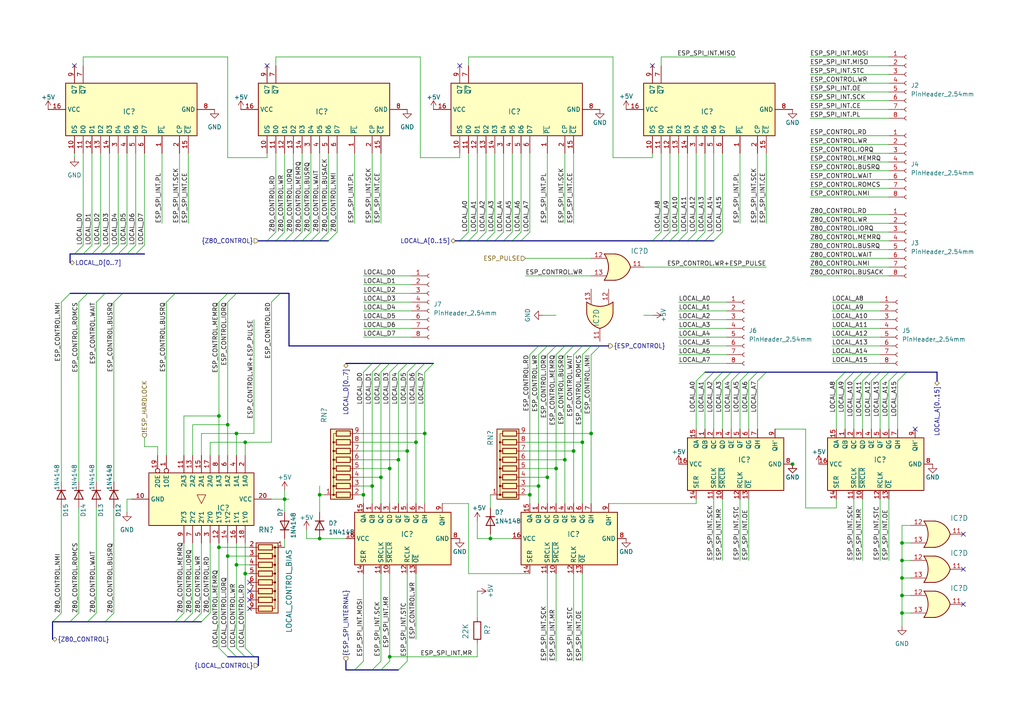
<source format=kicad_sch>
(kicad_sch (version 20230121) (generator eeschema)
  (paper "A4")
  (title_block (title "FujiNet Z80Bus reference design") (date "2023-05-13") (rev "0.1") (company "FujiNet") (comment 1 "Refactor this into sub schems to manage the mess") (comment 2 "SPI Bus to couple the ESP32 to the Local Bus and Z80 Bus"))
  (bus_alias "ESP_CONTROL" (members "ESP_CONTROL.RD" "ESP_CONTROL.WR" "ESP_CONTROL.IORQ" "ESP_CONTROL.MEMRQ" "ESP_CONTROL.BUSRQ" "ESP_CONTROL.WAIT" "ESP_CONTROL.ROMCS" "ESP_CONTROL.NMI"))
  (bus_alias "ESP_SPI_INTERNAL" (members "ESP_SPI_INT.MOSI" "ESP_SPI_INT.SCK" "ESP_SPI_INT.MR" "ESP_SPI_INT.STC" "ESP_SPI_INT.CE" "ESP_SPI_INT.PL" "ESP_SPI_INT.MISO" "ESP_SPI_INT.OE" ""))
  (junction (at 168.91 128.27))
  (junction (at 153.67 143.51))
  (junction (at 261.62 177.8))
  (junction (at 92.71 156.21))
  (junction (at 120.65 128.27))
  (junction (at 63.5 120.65))
  (junction (at 71.12 128.27))
  (junction (at 113.03 135.89))
  (junction (at 105.41 143.51))
  (junction (at 261.62 167.64))
  (junction (at 261.62 162.56))
  (junction (at 142.24 156.21))
  (junction (at 66.04 161.29))
  (junction (at 156.21 140.97))
  (junction (at 110.49 138.43))
  (junction (at 66.04 123.19))
  (junction (at 68.58 125.73))
  (junction (at 261.62 172.72))
  (junction (at 82.55 144.78))
  (junction (at 166.37 130.81))
  (junction (at 163.83 133.35))
  (junction (at 118.11 130.81))
  (junction (at 229.87 134.62))
  (junction (at 71.12 166.37))
  (junction (at 171.45 125.73))
  (junction (at 63.5 158.75))
  (junction (at 107.95 140.97))
  (junction (at 261.62 157.48))
  (junction (at 158.75 138.43))
  (junction (at 68.58 163.83))
  (junction (at 123.19 125.73))
  (junction (at 113.03 190.5))
  (junction (at 115.57 133.35))
  (junction (at 92.71 143.51))
  (junction (at 161.29 135.89))
  (no_connect (at 265.43 124.46))
  (no_connect (at 21.59 19.05))
  (no_connect (at 72.39 176.53))
  (no_connect (at 189.23 19.05))
  (no_connect (at 279.4 175.26))
  (no_connect (at 77.47 19.05))
  (no_connect (at 72.39 171.45))
  (no_connect (at 72.39 173.99))
  (no_connect (at 279.4 154.94))
  (no_connect (at 72.39 168.91))
  (no_connect (at 133.35 19.05))
  (no_connect (at 279.4 165.1))
  (bus_entry (at 107.95 194.31) (size 2.54 -2.54))
  (bus_entry (at 135.89 69.85) (size 2.54 -2.54))
  (bus_entry (at 138.43 69.85) (size 2.54 -2.54))
  (bus_entry (at 153.67 102.87) (size 2.54 -2.54))
  (bus_entry (at 207.01 69.85) (size 2.54 -2.54))
  (bus_entry (at 151.13 69.85) (size 2.54 -2.54))
  (bus_entry (at 55.88 177.8) (size -2.54 2.54))
  (bus_entry (at 257.81 110.49) (size 2.54 -2.54))
  (bus_entry (at 245.11 110.49) (size 2.54 -2.54))
  (bus_entry (at 34.29 73.66) (size 2.54 -2.54))
  (bus_entry (at 204.47 110.49) (size 2.54 -2.54))
  (bus_entry (at 250.19 110.49) (size 2.54 -2.54))
  (bus_entry (at 209.55 110.49) (size 2.54 -2.54))
  (bus_entry (at 30.48 85.09) (size -2.54 2.54))
  (bus_entry (at 33.02 177.8) (size -2.54 2.54))
  (bus_entry (at 115.57 107.95) (size 2.54 -2.54))
  (bus_entry (at 50.8 85.09) (size -2.54 2.54))
  (bus_entry (at 212.09 110.49) (size 2.54 -2.54))
  (bus_entry (at 90.17 69.85) (size 2.54 -2.54))
  (bus_entry (at 118.11 107.95) (size 2.54 -2.54))
  (bus_entry (at 71.12 187.96) (size 2.54 2.54))
  (bus_entry (at 120.65 107.95) (size 2.54 -2.54))
  (bus_entry (at 66.04 187.96) (size 2.54 2.54))
  (bus_entry (at 140.97 69.85) (size 2.54 -2.54))
  (bus_entry (at 156.21 102.87) (size 2.54 -2.54))
  (bus_entry (at 81.28 85.09) (size -2.54 2.54))
  (bus_entry (at 115.57 194.31) (size 2.54 -2.54))
  (bus_entry (at 113.03 107.95) (size 2.54 -2.54))
  (bus_entry (at 217.17 110.49) (size 2.54 -2.54))
  (bus_entry (at 204.47 69.85) (size 2.54 -2.54))
  (bus_entry (at 252.73 110.49) (size 2.54 -2.54))
  (bus_entry (at 68.58 187.96) (size 2.54 2.54))
  (bus_entry (at 199.39 69.85) (size 2.54 -2.54))
  (bus_entry (at 60.96 177.8) (size -2.54 2.54))
  (bus_entry (at 39.37 73.66) (size 2.54 -2.54))
  (bus_entry (at 77.47 69.85) (size 2.54 -2.54))
  (bus_entry (at 68.58 85.09) (size -2.54 2.54))
  (bus_entry (at 168.91 102.87) (size 2.54 -2.54))
  (bus_entry (at 107.95 107.95) (size 2.54 -2.54))
  (bus_entry (at 29.21 73.66) (size 2.54 -2.54))
  (bus_entry (at 20.32 85.09) (size -2.54 2.54))
  (bus_entry (at 171.45 102.87) (size 2.54 -2.54))
  (bus_entry (at 201.93 69.85) (size 2.54 -2.54))
  (bus_entry (at 24.13 73.66) (size 2.54 -2.54))
  (bus_entry (at 58.42 177.8) (size -2.54 2.54))
  (bus_entry (at 255.27 110.49) (size 2.54 -2.54))
  (bus_entry (at 189.23 69.85) (size 2.54 -2.54))
  (bus_entry (at 22.86 177.8) (size -2.54 2.54))
  (bus_entry (at 260.35 110.49) (size 2.54 -2.54))
  (bus_entry (at 158.75 102.87) (size 2.54 -2.54))
  (bus_entry (at 63.5 187.96) (size 2.54 2.54))
  (bus_entry (at 66.04 85.09) (size -2.54 2.54))
  (bus_entry (at 21.59 73.66) (size 2.54 -2.54))
  (bus_entry (at 105.41 107.95) (size 2.54 -2.54))
  (bus_entry (at 95.25 69.85) (size 2.54 -2.54))
  (bus_entry (at 207.01 110.49) (size 2.54 -2.54))
  (bus_entry (at 201.93 110.49) (size 2.54 -2.54))
  (bus_entry (at 85.09 69.85) (size 2.54 -2.54))
  (bus_entry (at 146.05 69.85) (size 2.54 -2.54))
  (bus_entry (at 191.77 69.85) (size 2.54 -2.54))
  (bus_entry (at 35.56 85.09) (size -2.54 2.54))
  (bus_entry (at 163.83 102.87) (size 2.54 -2.54))
  (bus_entry (at 26.67 73.66) (size 2.54 -2.54))
  (bus_entry (at 80.01 69.85) (size 2.54 -2.54))
  (bus_entry (at 196.85 69.85) (size 2.54 -2.54))
  (bus_entry (at 87.63 69.85) (size 2.54 -2.54))
  (bus_entry (at 110.49 194.31) (size 2.54 -2.54))
  (bus_entry (at 123.19 107.95) (size 2.54 -2.54))
  (bus_entry (at 53.34 177.8) (size -2.54 2.54))
  (bus_entry (at 194.31 69.85) (size 2.54 -2.54))
  (bus_entry (at 25.4 85.09) (size -2.54 2.54))
  (bus_entry (at 36.83 73.66) (size 2.54 -2.54))
  (bus_entry (at 161.29 102.87) (size 2.54 -2.54))
  (bus_entry (at 133.35 69.85) (size 2.54 -2.54))
  (bus_entry (at 27.94 177.8) (size -2.54 2.54))
  (bus_entry (at 214.63 110.49) (size 2.54 -2.54))
  (bus_entry (at 82.55 69.85) (size 2.54 -2.54))
  (bus_entry (at 247.65 110.49) (size 2.54 -2.54))
  (bus_entry (at 110.49 107.95) (size 2.54 -2.54))
  (bus_entry (at 219.71 110.49) (size 2.54 -2.54))
  (bus_entry (at 166.37 102.87) (size 2.54 -2.54))
  (bus_entry (at 31.75 73.66) (size 2.54 -2.54))
  (bus_entry (at 17.78 177.8) (size -2.54 2.54))
  (bus_entry (at 92.71 69.85) (size 2.54 -2.54))
  (bus_entry (at 143.51 69.85) (size 2.54 -2.54))
  (bus_entry (at 102.87 194.31) (size 2.54 -2.54))
  (bus_entry (at 148.59 69.85) (size 2.54 -2.54))
  (bus_entry (at 242.57 110.49) (size 2.54 -2.54))
  (bus (pts (xy 115.57 105.41) (xy 118.11 105.41)))
  (wire (pts (xy 163.83 102.87) (xy 163.83 133.35)))
  (wire (pts (xy 257.81 26.67) (xy 234.95 26.67)))
  (wire (pts (xy 123.19 125.73) (xy 123.19 146.05)))
  (wire (pts (xy 261.62 167.64) (xy 261.62 162.56)))
  (wire (pts (xy 36.83 148.59) (xy 36.83 144.78)))
  (wire (pts (xy 264.16 172.72) (xy 261.62 172.72)))
  (bus (pts (xy 15.24 180.34) (xy 20.32 180.34)))
  (bus (pts (xy 191.77 69.85) (xy 194.31 69.85)))
  (wire (pts (xy 92.71 143.51) (xy 92.71 148.59)))
  (wire (pts (xy 255.27 90.17) (xy 241.3 90.17)))
  (wire (pts (xy 255.27 162.56) (xy 255.27 144.78)))
  (wire (pts (xy 138.43 67.31) (xy 138.43 44.45)))
  (wire (pts (xy 257.81 74.93) (xy 234.95 74.93)))
  (bus (pts (xy 250.19 107.95) (xy 252.73 107.95)))
  (wire (pts (xy 201.93 124.46) (xy 201.93 110.49)))
  (wire (pts (xy 158.75 64.77) (xy 158.75 44.45)))
  (bus (pts (xy 29.21 73.66) (xy 31.75 73.66)))
  (wire (pts (xy 152.4 143.51) (xy 153.67 143.51)))
  (wire (pts (xy 138.43 151.13) (xy 138.43 156.21)))
  (wire (pts (xy 161.29 135.89) (xy 161.29 146.05)))
  (wire (pts (xy 68.58 125.73) (xy 68.58 132.08)))
  (bus (pts (xy 100.33 194.31) (xy 100.33 191.77)))
  (wire (pts (xy 153.67 67.31) (xy 153.67 44.45)))
  (bus (pts (xy 80.01 69.85) (xy 82.55 69.85)))
  (wire (pts (xy 135.89 146.05) (xy 135.89 166.37)))
  (wire (pts (xy 24.13 16.51) (xy 66.04 16.51)))
  (wire (pts (xy 264.16 157.48) (xy 261.62 157.48)))
  (wire (pts (xy 115.57 133.35) (xy 104.14 133.35)))
  (bus (pts (xy 247.65 107.95) (xy 250.19 107.95)))
  (wire (pts (xy 207.01 67.31) (xy 207.01 44.45)))
  (bus (pts (xy 20.32 73.66) (xy 20.32 76.2)))
  (wire (pts (xy 171.45 102.87) (xy 171.45 125.73)))
  (bus (pts (xy 217.17 107.95) (xy 219.71 107.95)))
  (bus (pts (xy 110.49 105.41) (xy 113.03 105.41)))
  (bus (pts (xy 82.55 69.85) (xy 85.09 69.85)))
  (wire (pts (xy 88.9 156.21) (xy 92.71 156.21)))
  (wire (pts (xy 217.17 162.56) (xy 217.17 144.78)))
  (wire (pts (xy 82.55 44.45) (xy 82.55 67.31)))
  (wire (pts (xy 142.24 143.51) (xy 142.24 147.32)))
  (bus (pts (xy 39.37 73.66) (xy 41.91 73.66)))
  (wire (pts (xy 135.89 16.51) (xy 135.89 19.05)))
  (wire (pts (xy 242.57 144.78) (xy 242.57 147.32)))
  (wire (pts (xy 110.49 138.43) (xy 110.49 146.05)))
  (wire (pts (xy 53.34 120.65) (xy 63.5 120.65)))
  (wire (pts (xy 60.96 157.48) (xy 60.96 177.8)))
  (wire (pts (xy 196.85 67.31) (xy 196.85 44.45)))
  (bus (pts (xy 24.13 73.66) (xy 26.67 73.66)))
  (wire (pts (xy 55.88 123.19) (xy 55.88 132.08)))
  (wire (pts (xy 113.03 190.5) (xy 138.43 190.5)))
  (bus (pts (xy 148.59 69.85) (xy 151.13 69.85)))
  (wire (pts (xy 113.03 190.5) (xy 113.03 166.37)))
  (wire (pts (xy 166.37 102.87) (xy 166.37 130.81)))
  (wire (pts (xy 33.02 87.63) (xy 33.02 139.7)))
  (wire (pts (xy 119.38 97.79) (xy 105.41 97.79)))
  (wire (pts (xy 210.82 105.41) (xy 196.85 105.41)))
  (wire (pts (xy 255.27 95.25) (xy 241.3 95.25)))
  (wire (pts (xy 105.41 166.37) (xy 105.41 191.77)))
  (wire (pts (xy 166.37 191.77) (xy 166.37 166.37)))
  (wire (pts (xy 233.68 124.46) (xy 224.79 124.46)))
  (wire (pts (xy 209.55 124.46) (xy 209.55 110.49)))
  (wire (pts (xy 257.81 67.31) (xy 234.95 67.31)))
  (bus (pts (xy 209.55 107.95) (xy 212.09 107.95)))
  (bus (pts (xy 140.97 69.85) (xy 143.51 69.85)))
  (wire (pts (xy 135.89 67.31) (xy 135.89 44.45)))
  (wire (pts (xy 110.49 64.77) (xy 110.49 44.45)))
  (wire (pts (xy 138.43 190.5) (xy 138.43 186.69)))
  (bus (pts (xy 166.37 100.33) (xy 168.91 100.33)))
  (wire (pts (xy 222.25 64.77) (xy 222.25 44.45)))
  (wire (pts (xy 156.21 140.97) (xy 152.4 140.97)))
  (wire (pts (xy 46.99 64.77) (xy 46.99 44.45)))
  (bus (pts (xy 118.11 105.41) (xy 120.65 105.41)))
  (wire (pts (xy 214.63 162.56) (xy 214.63 144.78)))
  (wire (pts (xy 257.81 57.15) (xy 234.95 57.15)))
  (wire (pts (xy 152.4 138.43) (xy 158.75 138.43)))
  (wire (pts (xy 214.63 64.77) (xy 214.63 44.45)))
  (wire (pts (xy 161.29 102.87) (xy 161.29 135.89)))
  (wire (pts (xy 142.24 156.21) (xy 148.59 156.21)))
  (wire (pts (xy 143.51 67.31) (xy 143.51 44.45)))
  (wire (pts (xy 104.14 143.51) (xy 105.41 143.51)))
  (wire (pts (xy 66.04 123.19) (xy 66.04 132.08)))
  (wire (pts (xy 88.9 153.67) (xy 88.9 156.21)))
  (wire (pts (xy 210.82 90.17) (xy 196.85 90.17)))
  (wire (pts (xy 158.75 191.77) (xy 158.75 166.37)))
  (wire (pts (xy 77.47 45.72) (xy 77.47 44.45)))
  (wire (pts (xy 168.91 191.77) (xy 168.91 166.37)))
  (wire (pts (xy 152.4 135.89) (xy 161.29 135.89)))
  (wire (pts (xy 66.04 161.29) (xy 72.39 161.29)))
  (bus (pts (xy 168.91 100.33) (xy 171.45 100.33)))
  (wire (pts (xy 255.27 87.63) (xy 241.3 87.63)))
  (wire (pts (xy 73.66 125.73) (xy 68.58 125.73)))
  (wire (pts (xy 107.95 140.97) (xy 104.14 140.97)))
  (wire (pts (xy 247.65 162.56) (xy 247.65 144.78)))
  (wire (pts (xy 53.34 120.65) (xy 53.34 132.08)))
  (bus (pts (xy 100.33 105.41) (xy 107.95 105.41)))
  (bus (pts (xy 90.17 69.85) (xy 92.71 69.85)))
  (wire (pts (xy 261.62 162.56) (xy 264.16 162.56)))
  (wire (pts (xy 71.12 157.48) (xy 71.12 166.37)))
  (wire (pts (xy 158.75 138.43) (xy 158.75 146.05)))
  (wire (pts (xy 55.88 123.19) (xy 66.04 123.19)))
  (wire (pts (xy 210.82 97.79) (xy 196.85 97.79)))
  (wire (pts (xy 71.12 166.37) (xy 71.12 187.96)))
  (wire (pts (xy 107.95 107.95) (xy 107.95 140.97)))
  (bus (pts (xy 123.19 105.41) (xy 125.73 105.41)))
  (wire (pts (xy 27.94 87.63) (xy 27.94 139.7)))
  (wire (pts (xy 92.71 143.51) (xy 93.98 143.51)))
  (wire (pts (xy 48.26 87.63) (xy 48.26 132.08)))
  (wire (pts (xy 58.42 125.73) (xy 68.58 125.73)))
  (wire (pts (xy 133.35 45.72) (xy 133.35 44.45)))
  (wire (pts (xy 257.81 54.61) (xy 234.95 54.61)))
  (wire (pts (xy 157.48 91.44) (xy 161.29 91.44)))
  (wire (pts (xy 146.05 67.31) (xy 146.05 44.45)))
  (wire (pts (xy 233.68 147.32) (xy 242.57 147.32)))
  (wire (pts (xy 257.81 52.07) (xy 234.95 52.07)))
  (wire (pts (xy 153.67 143.51) (xy 153.67 146.05)))
  (wire (pts (xy 194.31 67.31) (xy 194.31 44.45)))
  (wire (pts (xy 151.13 67.31) (xy 151.13 44.45)))
  (bus (pts (xy 107.95 105.41) (xy 110.49 105.41)))
  (wire (pts (xy 120.65 185.42) (xy 120.65 166.37)))
  (bus (pts (xy 260.35 107.95) (xy 262.89 107.95)))
  (bus (pts (xy 133.35 69.85) (xy 135.89 69.85)))
  (wire (pts (xy 257.81 72.39) (xy 234.95 72.39)))
  (wire (pts (xy 234.95 34.29) (xy 257.81 34.29)))
  (wire (pts (xy 110.49 138.43) (xy 104.14 138.43)))
  (wire (pts (xy 82.55 144.78) (xy 83.82 144.78)))
  (wire (pts (xy 209.55 162.56) (xy 209.55 144.78)))
  (wire (pts (xy 119.38 80.01) (xy 105.41 80.01)))
  (bus (pts (xy 138.43 69.85) (xy 140.97 69.85)))
  (wire (pts (xy 68.58 163.83) (xy 72.39 163.83)))
  (bus (pts (xy 146.05 69.85) (xy 148.59 69.85)))
  (wire (pts (xy 66.04 16.51) (xy 66.04 45.72)))
  (wire (pts (xy 63.5 158.75) (xy 63.5 187.96)))
  (wire (pts (xy 34.29 71.12) (xy 34.29 44.45)))
  (bus (pts (xy 204.47 69.85) (xy 207.01 69.85)))
  (wire (pts (xy 261.62 181.61) (xy 261.62 177.8)))
  (wire (pts (xy 207.01 124.46) (xy 207.01 110.49)))
  (wire (pts (xy 234.95 49.53) (xy 257.81 49.53)))
  (wire (pts (xy 102.87 64.77) (xy 102.87 44.45)))
  (wire (pts (xy 71.12 166.37) (xy 72.39 166.37)))
  (bus (pts (xy 68.58 85.09) (xy 66.04 85.09)))
  (wire (pts (xy 250.19 162.56) (xy 250.19 144.78)))
  (wire (pts (xy 212.09 124.46) (xy 212.09 110.49)))
  (wire (pts (xy 27.94 147.32) (xy 27.94 177.8)))
  (bus (pts (xy 201.93 69.85) (xy 204.47 69.85)))
  (wire (pts (xy 152.4 133.35) (xy 163.83 133.35)))
  (wire (pts (xy 161.29 166.37) (xy 161.29 191.77)))
  (wire (pts (xy 255.27 102.87) (xy 241.3 102.87)))
  (wire (pts (xy 177.8 45.72) (xy 189.23 45.72)))
  (wire (pts (xy 92.71 140.97) (xy 92.71 143.51)))
  (bus (pts (xy 173.99 100.33) (xy 176.53 100.33)))
  (wire (pts (xy 22.86 87.63) (xy 22.86 139.7)))
  (wire (pts (xy 210.82 87.63) (xy 196.85 87.63)))
  (wire (pts (xy 121.92 45.72) (xy 121.92 16.51)))
  (wire (pts (xy 261.62 157.48) (xy 261.62 162.56)))
  (wire (pts (xy 80.01 44.45) (xy 80.01 67.31)))
  (wire (pts (xy 213.36 16.51) (xy 191.77 16.51)))
  (bus (pts (xy 25.4 85.09) (xy 20.32 85.09)))
  (bus (pts (xy 151.13 69.85) (xy 189.23 69.85)))
  (wire (pts (xy 156.21 140.97) (xy 156.21 146.05)))
  (bus (pts (xy 219.71 107.95) (xy 222.25 107.95)))
  (wire (pts (xy 92.71 44.45) (xy 92.71 67.31)))
  (wire (pts (xy 257.81 80.01) (xy 234.95 80.01)))
  (wire (pts (xy 119.38 87.63) (xy 105.41 87.63)))
  (wire (pts (xy 85.09 44.45) (xy 85.09 67.31)))
  (wire (pts (xy 39.37 71.12) (xy 39.37 44.45)))
  (wire (pts (xy 78.74 144.78) (xy 82.55 144.78)))
  (bus (pts (xy 257.81 107.95) (xy 260.35 107.95)))
  (wire (pts (xy 119.38 85.09) (xy 105.41 85.09)))
  (bus (pts (xy 21.59 73.66) (xy 24.13 73.66)))
  (wire (pts (xy 82.55 156.21) (xy 82.55 158.75)))
  (wire (pts (xy 90.17 44.45) (xy 90.17 67.31)))
  (wire (pts (xy 260.35 124.46) (xy 260.35 110.49)))
  (wire (pts (xy 22.86 147.32) (xy 22.86 177.8)))
  (wire (pts (xy 52.07 64.77) (xy 52.07 44.45)))
  (wire (pts (xy 171.45 80.01) (xy 152.4 80.01)))
  (bus (pts (xy 161.29 100.33) (xy 163.83 100.33)))
  (wire (pts (xy 168.91 102.87) (xy 168.91 128.27)))
  (wire (pts (xy 234.95 31.75) (xy 257.81 31.75)))
  (bus (pts (xy 50.8 180.34) (xy 30.48 180.34)))
  (bus (pts (xy 31.75 73.66) (xy 34.29 73.66)))
  (bus (pts (xy 120.65 105.41) (xy 123.19 105.41)))
  (wire (pts (xy 252.73 124.46) (xy 252.73 110.49)))
  (bus (pts (xy 34.29 73.66) (xy 36.83 73.66)))
  (wire (pts (xy 123.19 125.73) (xy 104.14 125.73)))
  (wire (pts (xy 168.91 128.27) (xy 168.91 146.05)))
  (bus (pts (xy 81.28 85.09) (xy 68.58 85.09)))
  (wire (pts (xy 105.41 143.51) (xy 105.41 146.05)))
  (wire (pts (xy 176.53 146.05) (xy 201.93 146.05)))
  (bus (pts (xy 30.48 85.09) (xy 25.4 85.09)))
  (wire (pts (xy 58.42 125.73) (xy 58.42 132.08)))
  (wire (pts (xy 119.38 90.17) (xy 105.41 90.17)))
  (wire (pts (xy 142.24 154.94) (xy 142.24 156.21)))
  (wire (pts (xy 105.41 107.95) (xy 105.41 143.51)))
  (wire (pts (xy 257.81 162.56) (xy 257.81 144.78)))
  (wire (pts (xy 41.91 127) (xy 41.91 129.54)))
  (bus (pts (xy 194.31 69.85) (xy 196.85 69.85)))
  (wire (pts (xy 135.89 146.05) (xy 128.27 146.05)))
  (wire (pts (xy 257.81 124.46) (xy 257.81 110.49)))
  (wire (pts (xy 71.12 128.27) (xy 71.12 132.08)))
  (wire (pts (xy 119.38 95.25) (xy 105.41 95.25)))
  (wire (pts (xy 120.65 107.95) (xy 120.65 128.27)))
  (bus (pts (xy 132.08 69.85) (xy 133.35 69.85)))
  (wire (pts (xy 148.59 67.31) (xy 148.59 44.45)))
  (wire (pts (xy 17.78 147.32) (xy 17.78 177.8)))
  (wire (pts (xy 152.4 128.27) (xy 168.91 128.27)))
  (wire (pts (xy 210.82 92.71) (xy 196.85 92.71)))
  (wire (pts (xy 166.37 64.77) (xy 166.37 44.45)))
  (wire (pts (xy 234.95 24.13) (xy 257.81 24.13)))
  (wire (pts (xy 186.69 77.47) (xy 222.25 77.47)))
  (bus (pts (xy 143.51 69.85) (xy 146.05 69.85)))
  (bus (pts (xy 20.32 73.66) (xy 21.59 73.66)))
  (wire (pts (xy 110.49 191.77) (xy 110.49 166.37)))
  (wire (pts (xy 191.77 67.31) (xy 191.77 44.45)))
  (wire (pts (xy 24.13 19.05) (xy 24.13 16.51)))
  (wire (pts (xy 234.95 41.91) (xy 257.81 41.91)))
  (wire (pts (xy 255.27 92.71) (xy 241.3 92.71)))
  (wire (pts (xy 219.71 64.77) (xy 219.71 44.45)))
  (wire (pts (xy 207.01 162.56) (xy 207.01 144.78)))
  (bus (pts (xy 83.82 85.09) (xy 81.28 85.09)))
  (bus (pts (xy 92.71 69.85) (xy 95.25 69.85)))
  (bus (pts (xy 222.25 107.95) (xy 245.11 107.95)))
  (wire (pts (xy 78.74 128.27) (xy 71.12 128.27)))
  (wire (pts (xy 138.43 156.21) (xy 142.24 156.21)))
  (bus (pts (xy 26.67 73.66) (xy 29.21 73.66)))
  (wire (pts (xy 234.95 69.85) (xy 257.81 69.85)))
  (wire (pts (xy 120.65 128.27) (xy 120.65 146.05)))
  (wire (pts (xy 41.91 129.54) (xy 45.72 129.54)))
  (wire (pts (xy 41.91 71.12) (xy 41.91 44.45)))
  (wire (pts (xy 261.62 167.64) (xy 261.62 172.72)))
  (wire (pts (xy 261.62 172.72) (xy 261.62 177.8)))
  (bus (pts (xy 207.01 107.95) (xy 209.55 107.95)))
  (wire (pts (xy 120.65 128.27) (xy 104.14 128.27)))
  (wire (pts (xy 264.16 167.64) (xy 261.62 167.64)))
  (wire (pts (xy 153.67 102.87) (xy 153.67 143.51)))
  (wire (pts (xy 63.5 157.48) (xy 63.5 158.75)))
  (wire (pts (xy 166.37 130.81) (xy 166.37 146.05)))
  (wire (pts (xy 29.21 71.12) (xy 29.21 44.45)))
  (wire (pts (xy 135.89 166.37) (xy 153.67 166.37)))
  (wire (pts (xy 115.57 133.35) (xy 115.57 146.05)))
  (bus (pts (xy 77.47 69.85) (xy 80.01 69.85)))
  (wire (pts (xy 140.97 67.31) (xy 140.97 44.45)))
  (bus (pts (xy 214.63 107.95) (xy 217.17 107.95)))
  (wire (pts (xy 264.16 152.4) (xy 261.62 152.4)))
  (bus (pts (xy 196.85 69.85) (xy 199.39 69.85)))
  (wire (pts (xy 60.96 128.27) (xy 60.96 132.08)))
  (wire (pts (xy 107.95 140.97) (xy 107.95 146.05)))
  (wire (pts (xy 209.55 67.31) (xy 209.55 44.45)))
  (wire (pts (xy 210.82 95.25) (xy 196.85 95.25)))
  (wire (pts (xy 17.78 87.63) (xy 17.78 139.7)))
  (bus (pts (xy 255.27 107.95) (xy 257.81 107.95)))
  (wire (pts (xy 118.11 130.81) (xy 118.11 146.05)))
  (wire (pts (xy 255.27 97.79) (xy 241.3 97.79)))
  (wire (pts (xy 36.83 144.78) (xy 38.1 144.78)))
  (bus (pts (xy 74.93 69.85) (xy 77.47 69.85)))
  (wire (pts (xy 199.39 67.31) (xy 199.39 44.45)))
  (wire (pts (xy 163.83 64.77) (xy 163.83 44.45)))
  (wire (pts (xy 234.95 39.37) (xy 257.81 39.37)))
  (wire (pts (xy 97.79 44.45) (xy 97.79 67.31)))
  (wire (pts (xy 123.19 107.95) (xy 123.19 125.73)))
  (wire (pts (xy 133.35 45.72) (xy 121.92 45.72)))
  (wire (pts (xy 80.01 16.51) (xy 121.92 16.51)))
  (wire (pts (xy 257.81 64.77) (xy 234.95 64.77)))
  (wire (pts (xy 186.69 91.44) (xy 189.23 91.44)))
  (bus (pts (xy 171.45 100.33) (xy 173.99 100.33)))
  (bus (pts (xy 30.48 180.34) (xy 25.4 180.34)))
  (wire (pts (xy 68.58 157.48) (xy 68.58 163.83)))
  (wire (pts (xy 66.04 161.29) (xy 66.04 187.96)))
  (bus (pts (xy 113.03 105.41) (xy 115.57 105.41)))
  (bus (pts (xy 102.87 194.31) (xy 100.33 194.31)))
  (bus (pts (xy 83.82 100.33) (xy 156.21 100.33)))
  (bus (pts (xy 163.83 100.33) (xy 166.37 100.33)))
  (wire (pts (xy 58.42 157.48) (xy 58.42 177.8)))
  (bus (pts (xy 85.09 69.85) (xy 87.63 69.85)))
  (bus (pts (xy 204.47 107.95) (xy 207.01 107.95)))
  (wire (pts (xy 66.04 123.19) (xy 66.04 87.63)))
  (wire (pts (xy 234.95 21.59) (xy 257.81 21.59)))
  (wire (pts (xy 113.03 107.95) (xy 113.03 135.89)))
  (bus (pts (xy 245.11 107.95) (xy 247.65 107.95)))
  (wire (pts (xy 68.58 163.83) (xy 68.58 187.96)))
  (wire (pts (xy 233.68 124.46) (xy 233.68 147.32)))
  (bus (pts (xy 74.93 190.5) (xy 73.66 190.5)))
  (wire (pts (xy 255.27 100.33) (xy 241.3 100.33)))
  (bus (pts (xy 36.83 73.66) (xy 39.37 73.66)))
  (wire (pts (xy 63.5 120.65) (xy 63.5 87.63)))
  (bus (pts (xy 50.8 85.09) (xy 35.56 85.09)))
  (wire (pts (xy 21.59 45.72) (xy 21.59 44.45)))
  (wire (pts (xy 255.27 105.41) (xy 241.3 105.41)))
  (wire (pts (xy 158.75 102.87) (xy 158.75 138.43)))
  (bus (pts (xy 83.82 85.09) (xy 83.82 100.33)))
  (wire (pts (xy 163.83 133.35) (xy 163.83 146.05)))
  (wire (pts (xy 82.55 148.59) (xy 82.55 144.78)))
  (bus (pts (xy 66.04 85.09) (xy 50.8 85.09)))
  (wire (pts (xy 234.95 46.99) (xy 257.81 46.99)))
  (wire (pts (xy 36.83 71.12) (xy 36.83 44.45)))
  (bus (pts (xy 271.78 110.49) (xy 271.78 107.95)))
  (wire (pts (xy 87.63 67.31) (xy 87.63 44.45)))
  (bus (pts (xy 58.42 180.34) (xy 55.88 180.34)))
  (wire (pts (xy 118.11 191.77) (xy 118.11 166.37)))
  (bus (pts (xy 252.73 107.95) (xy 255.27 107.95)))
  (wire (pts (xy 55.88 157.48) (xy 55.88 177.8)))
  (wire (pts (xy 257.81 77.47) (xy 234.95 77.47)))
  (wire (pts (xy 66.04 45.72) (xy 77.47 45.72)))
  (wire (pts (xy 113.03 191.77) (xy 113.03 190.5)))
  (bus (pts (xy 74.93 193.04) (xy 74.93 190.5)))
  (wire (pts (xy 156.21 102.87) (xy 156.21 140.97)))
  (bus (pts (xy 35.56 85.09) (xy 30.48 85.09)))
  (wire (pts (xy 261.62 177.8) (xy 264.16 177.8)))
  (wire (pts (xy 257.81 62.23) (xy 234.95 62.23)))
  (wire (pts (xy 171.45 74.93) (xy 152.4 74.93)))
  (wire (pts (xy 189.23 45.72) (xy 189.23 44.45)))
  (wire (pts (xy 152.4 125.73) (xy 171.45 125.73)))
  (wire (pts (xy 152.4 130.81) (xy 166.37 130.81)))
  (wire (pts (xy 107.95 64.77) (xy 107.95 44.45)))
  (wire (pts (xy 257.81 19.05) (xy 234.95 19.05)))
  (wire (pts (xy 95.25 44.45) (xy 95.25 67.31)))
  (wire (pts (xy 234.95 44.45) (xy 257.81 44.45)))
  (wire (pts (xy 247.65 124.46) (xy 247.65 110.49)))
  (bus (pts (xy 158.75 100.33) (xy 161.29 100.33)))
  (wire (pts (xy 201.93 67.31) (xy 201.93 44.45)))
  (bus (pts (xy 25.4 180.34) (xy 20.32 180.34)))
  (bus (pts (xy 135.89 69.85) (xy 138.43 69.85)))
  (bus (pts (xy 212.09 107.95) (xy 214.63 107.95)))
  (wire (pts (xy 113.03 135.89) (xy 113.03 146.05)))
  (wire (pts (xy 66.04 157.48) (xy 66.04 161.29)))
  (wire (pts (xy 78.74 128.27) (xy 78.74 87.63)))
  (bus (pts (xy 189.23 69.85) (xy 191.77 69.85)))
  (wire (pts (xy 45.72 129.54) (xy 45.72 132.08)))
  (bus (pts (xy 73.66 190.5) (xy 71.12 190.5)))
  (wire (pts (xy 119.38 82.55) (xy 105.41 82.55)))
  (wire (pts (xy 210.82 102.87) (xy 196.85 102.87)))
  (wire (pts (xy 115.57 107.95) (xy 115.57 133.35)))
  (wire (pts (xy 24.13 71.12) (xy 24.13 44.45)))
  (wire (pts (xy 118.11 107.95) (xy 118.11 130.81)))
  (wire (pts (xy 191.77 16.51) (xy 191.77 19.05)))
  (bus (pts (xy 87.63 69.85) (xy 90.17 69.85)))
  (wire (pts (xy 255.27 124.46) (xy 255.27 110.49)))
  (bus (pts (xy 199.39 69.85) (xy 201.93 69.85)))
  (wire (pts (xy 31.75 71.12) (xy 31.75 44.45)))
  (bus (pts (xy 55.88 180.34) (xy 53.34 180.34)))
  (wire (pts (xy 250.19 124.46) (xy 250.19 110.49)))
  (wire (pts (xy 210.82 100.33) (xy 196.85 100.33)))
  (bus (pts (xy 107.95 194.31) (xy 102.87 194.31)))
  (wire (pts (xy 242.57 124.46) (xy 242.57 110.49)))
  (wire (pts (xy 138.43 171.45) (xy 138.43 179.07)))
  (wire (pts (xy 118.11 130.81) (xy 104.14 130.81)))
  (wire (pts (xy 219.71 124.46) (xy 219.71 110.49)))
  (wire (pts (xy 82.55 142.24) (xy 82.55 144.78)))
  (wire (pts (xy 63.5 158.75) (xy 72.39 158.75)))
  (wire (pts (xy 234.95 29.21) (xy 257.81 29.21)))
  (bus (pts (xy 115.57 194.31) (xy 110.49 194.31)))
  (bus (pts (xy 15.24 185.42) (xy 15.24 180.34)))
  (wire (pts (xy 63.5 120.65) (xy 63.5 132.08)))
  (wire (pts (xy 261.62 152.4) (xy 261.62 157.48)))
  (wire (pts (xy 201.93 144.78) (xy 201.93 146.05)))
  (wire (pts (xy 119.38 92.71) (xy 105.41 92.71)))
  (wire (pts (xy 204.47 67.31) (xy 204.47 44.45)))
  (wire (pts (xy 110.49 107.95) (xy 110.49 138.43)))
  (wire (pts (xy 73.66 92.71) (xy 73.66 125.73)))
  (bus (pts (xy 53.34 180.34) (xy 50.8 180.34)))
  (wire (pts (xy 53.34 157.48) (xy 53.34 177.8)))
  (bus (pts (xy 156.21 100.33) (xy 158.75 100.33)))
  (wire (pts (xy 54.61 64.77) (xy 54.61 44.45)))
  (wire (pts (xy 217.17 124.46) (xy 217.17 110.49)))
  (wire (pts (xy 33.02 147.32) (xy 33.02 177.8)))
  (wire (pts (xy 204.47 124.46) (xy 204.47 110.49)))
  (wire (pts (xy 92.71 156.21) (xy 100.33 156.21)))
  (wire (pts (xy 71.12 128.27) (xy 60.96 128.27)))
  (wire (pts (xy 135.89 16.51) (xy 177.8 16.51)))
  (wire (pts (xy 257.81 16.51) (xy 234.95 16.51)))
  (bus (pts (xy 68.58 190.5) (xy 66.04 190.5)))
  (bus (pts (xy 71.12 190.5) (xy 68.58 190.5)))
  (wire (pts (xy 26.67 71.12) (xy 26.67 44.45)))
  (bus (pts (xy 262.89 107.95) (xy 271.78 107.95)))
  (wire (pts (xy 245.11 124.46) (xy 245.11 110.49)))
  (wire (pts (xy 80.01 19.05) (xy 80.01 16.51)))
  (wire (pts (xy 171.45 125.73) (xy 171.45 146.05)))
  (wire (pts (xy 214.63 124.46) (xy 214.63 110.49)))
  (bus (pts (xy 110.49 194.31) (xy 107.95 194.31)))
  (wire (pts (xy 113.03 135.89) (xy 104.14 135.89)))
  (wire (pts (xy 177.8 16.51) (xy 177.8 45.72)))
  (label "LOCAL_D2" (at 110.49 107.95 270))
  (label "LOCAL_A8" (at 242.57 110.49 270))
  (label "LOCAL_D2" (at 29.21 71.12 90))
  (label "LOCAL_A13" (at 241.3 100.33 0))
  (label "ESP_SPI_INT.SCK" (at 234.95 29.21 0))
  (label "Z80_CONTROL.BUSRQ" (at 90.17 67.31 90))
  (label "LOCAL_D1" (at 107.95 107.95 270))
  (label "LOCAL_A11" (at 250.19 110.49 270))
  (label "LOCAL_D5" (at 105.41 92.71 0))
  (label "ESP_CONTROL.WR" (at 120.65 185.42 90))
  (label "LOCAL_D0" (at 24.13 71.12 90))
  (label "Z80_CONTROL.RD" (at 234.95 62.23 0))
  (label "LOCAL_A0" (at 196.85 87.63 0))
  (label "LOCAL_A6" (at 151.13 67.31 90))
  (label "ESP_CONTROL.IORQ" (at 66.04 87.63 270))
  (label "LOCAL_D6" (at 105.41 95.25 0))
  (label "Z80_CONTROL.WR" (at 58.42 177.8 90))
  (label "LOCAL_CONTROL.IORQ" (at 66.04 187.96 90))
  (label "LOCAL_D5" (at 36.83 71.12 90))
  (label "ESP_SPI_INT.OE" (at 217.17 162.56 90))
  (label "LOCAL_D0" (at 105.41 107.95 270))
  (label "LOCAL_D1" (at 26.67 71.12 90))
  (label "ESP_SPI_INT.PL" (at 234.95 34.29 0))
  (label "LOCAL_D3" (at 113.03 107.95 270))
  (label "Z80_CONTROL.MEMRQ" (at 53.34 177.8 90))
  (label "LOCAL_D7" (at 123.19 107.95 270))
  (label "ESP_CONTROL.BUSRQ" (at 48.26 87.63 270))
  (label "LOCAL_A14" (at 207.01 67.31 90))
  (label "LOCAL_A10" (at 247.65 110.49 270))
  (label "ESP_CONTROL.WR" (at 234.95 24.13 0))
  (label "ESP_CONTROL.WR" (at 234.95 41.91 0))
  (label "LOCAL_A13" (at 255.27 110.49 270))
  (label "LOCAL_D0" (at 105.41 80.01 0))
  (label "LOCAL_D6" (at 120.65 107.95 270))
  (label "LOCAL_A9" (at 194.31 67.31 90))
  (label "LOCAL_A2" (at 140.97 67.31 90))
  (label "ESP_SPI_INT.SCK" (at 163.83 64.77 90))
  (label "ESP_SPI_INT.OE" (at 257.81 162.56 90))
  (label "LOCAL_D7" (at 41.91 71.12 90))
  (label "LOCAL_A9" (at 241.3 90.17 0))
  (label "Z80_CONTROL.WR" (at 82.55 67.31 90))
  (label "LOCAL_A8" (at 241.3 87.63 0))
  (label "LOCAL_D5" (at 118.11 107.95 270))
  (label "ESP_SPI_INT.STC" (at 118.11 190.5 90))
  (label "ESP_SPI_INT.MISO" (at 213.36 16.51 180))
  (label "ESP_SPI_INT.SCK" (at 219.71 64.77 90))
  (label "LOCAL_A7" (at 153.67 67.31 90))
  (label "ESP_SPI_INT.CE" (at 54.61 64.77 90))
  (label "LOCAL_A9" (at 245.11 110.49 270))
  (label "LOCAL_A4" (at 146.05 67.31 90))
  (label "Z80_CONTROL.NMI" (at 97.79 67.31 90))
  (label "Z80_CONTROL.WAIT" (at 27.94 177.8 90))
  (label "ESP_SPI_INT.MOSI" (at 234.95 16.51 0))
  (label "ESP_CONTROL.WR" (at 152.4 80.01 0))
  (label "Z80_CONTROL.NMI" (at 17.78 177.8 90))
  (label "ESP_SPI_INT.MR" (at 113.03 187.96 90))
  (label "ESP_SPI_INT.CE" (at 166.37 64.77 90))
  (label "ESP_SPI_INT.STC" (at 166.37 191.77 90))
  (label "LOCAL_A2" (at 207.01 110.49 270))
  (label "Z80_CONTROL.IORQ" (at 85.09 67.31 90))
  (label "ESP_SPI_INT.CE" (at 110.49 64.77 90))
  (label "Z80_CONTROL.WAIT" (at 234.95 74.93 0))
  (label "LOCAL_CONTROL.RD" (at 71.12 187.96 90))
  (label "Z80_CONTROL.RD" (at 60.96 177.8 90))
  (label "Z80_CONTROL.BUSRQ" (at 234.95 72.39 0))
  (label "ESP_SPI_INT.STC" (at 234.95 21.59 0))
  (label "LOCAL_D2" (at 105.41 85.09 0))
  (label "ESP_SPI_INT.PL" (at 102.87 64.77 90))
  (label "ESP_SPI_INT.CE" (at 234.95 31.75 0))
  (label "ESP_SPI_INT.PL" (at 46.99 64.77 90))
  (label "LOCAL_D3" (at 31.75 71.12 90))
  (label "ESP_SPI_INT.OE" (at 168.91 191.77 90))
  (label "ESP_CONTROL.IORQ" (at 158.75 102.87 270))
  (label "ESP_CONTROL.ROMCS" (at 22.86 87.63 270))
  (label "LOCAL_A10" (at 241.3 92.71 0))
  (label "ESP_CONTROL.WAIT" (at 166.37 102.87 270))
  (label "ESP_CONTROL.MEMRQ" (at 161.29 102.87 270))
  (label "Z80_CONTROL.BUSACK" (at 234.95 80.01 0))
  (label "ESP_CONTROL.NMI" (at 234.95 57.15 0))
  (label "LOCAL_A1" (at 138.43 67.31 90))
  (label "LOCAL_A11" (at 199.39 67.31 90))
  (label "LOCAL_A4" (at 196.85 97.79 0))
  (label "LOCAL_A0" (at 135.89 67.31 90))
  (label "ESP_CONTROL.ROMCS" (at 234.95 54.61 0))
  (label "ESP_SPI_INT.PL" (at 158.75 64.77 90))
  (label "ESP_CONTROL.NMI" (at 17.78 87.63 270))
  (label "LOCAL_A6" (at 217.17 110.49 270))
  (label "ESP_CONTROL.RD" (at 78.74 87.63 270))
  (label "LOCAL_D7" (at 105.41 97.79 0))
  (label "ESP_SPI_INT.MR" (at 209.55 162.56 90))
  (label "ESP_CONTROL.NMI" (at 171.45 102.87 270))
  (label "LOCAL_A7" (at 219.71 110.49 270))
  (label "LOCAL_A5" (at 148.59 67.31 90))
  (label "ESP_SPI_INT.CE" (at 222.25 64.77 90))
  (label "LOCAL_A14" (at 257.81 110.49 270))
  (label "LOCAL_A11" (at 241.3 95.25 0))
  (label "ESP_CONTROL.WR" (at 156.21 102.87 270))
  (label "LOCAL_CONTROL.MEMRQ" (at 63.5 187.96 90))
  (label "ESP_SPI_INT.SCK" (at 247.65 162.56 90))
  (label "ESP_SPI_INT.MR" (at 250.19 162.56 90))
  (label "LOCAL_A2" (at 196.85 92.71 0))
  (label "Z80_CONTROL.IORQ" (at 234.95 67.31 0))
  (label "Z80_CONTROL.BUSRQ" (at 33.02 177.8 90))
  (label "LOCAL_A5" (at 214.63 110.49 270))
  (label "LOCAL_A12" (at 241.3 97.79 0))
  (label "ESP_SPI_INT.MR" (at 161.29 191.77 90))
  (label "LOCAL_A12" (at 252.73 110.49 270))
  (label "ESP_CONTROL.BUSRQ" (at 163.83 102.87 270))
  (label "LOCAL_D3" (at 105.41 87.63 0))
  (label "Z80_CONTROL.RD" (at 80.01 67.31 90))
  (label "LOCAL_A4" (at 212.09 110.49 270))
  (label "ESP_CONTROL.ROMCS" (at 168.91 102.87 270))
  (label "ESP_SPI_INT.MR" (at 121.92 190.5 0))
  (label "ESP_CONTROL.MEMRQ" (at 63.5 87.63 270))
  (label "LOCAL_A10" (at 196.85 67.31 90))
  (label "LOCAL_A8" (at 191.77 67.31 90))
  (label "ESP_SPI_INT.OE" (at 234.95 26.67 0))
  (label "LOCAL_A7" (at 196.85 105.41 0))
  (label "LOCAL_A12" (at 201.93 67.31 90))
  (label "LOCAL_A5" (at 196.85 100.33 0))
  (label "Z80_CONTROL.WAIT" (at 92.71 67.31 90))
  (label "ESP_SPI_INT.SCK" (at 207.01 162.56 90))
  (label "ESP_CONTROL.MEMRQ" (at 234.95 46.99 0))
  (label "LOCAL_A15" (at 209.55 67.31 90))
  (label "Z80_CONTROL.MEMRQ" (at 234.95 69.85 0))
  (label "ESP_CONTROL.BUSRQ" (at 33.02 87.63 270))
  (label "LOCAL_A13" (at 204.47 67.31 90))
  (label "LOCAL_D4" (at 34.29 71.12 90))
  (label "LOCAL_D4" (at 105.41 90.17 0))
  (label "LOCAL_A1" (at 204.47 110.49 270))
  (label "ESP_SPI_INT.SCK" (at 158.75 191.77 90))
  (label "ESP_SPI_INT.SCK" (at 107.95 64.77 90))
  (label "LOCAL_CONTROL.WR" (at 68.58 187.96 90))
  (label "LOCAL_A3" (at 143.51 67.31 90))
  (label "ESP_CONTROL.WAIT" (at 234.95 52.07 0))
  (label "ESP_SPI_INT.SCK" (at 110.49 190.5 90))
  (label "Z80_CONTROL.ROMCS" (at 22.86 177.8 90))
  (label "LOCAL_A15" (at 260.35 110.49 270))
  (label "ESP_CONTROL.RD" (at 153.67 102.87 270))
  (label "ESP_CONTROL.WR+ESP_PULSE" (at 73.66 92.71 270))
  (label "LOCAL_D6" (at 39.37 71.12 90))
  (label "LOCAL_A6" (at 196.85 102.87 0))
  (label "LOCAL_A1" (at 196.85 90.17 0))
  (label "Z80_CONTROL.IORQ" (at 55.88 177.8 90))
  (label "ESP_SPI_INT.MOSI" (at 105.41 190.5 90))
  (label "Z80_CONTROL.WR" (at 234.95 64.77 0))
  (label "ESP_SPI_INT.STC" (at 214.63 162.56 90))
  (label "ESP_SPI_INT.PL" (at 214.63 64.77 90))
  (label "LOCAL_A15" (at 241.3 105.41 0))
  (label "Z80_CONTROL.BUSACK" (at 95.25 67.31 90))
  (label "LOCAL_D1" (at 105.41 82.55 0))
  (label "ESP_CONTROL.RD" (at 234.95 39.37 0))
  (label "ESP_SPI_INT.MISO" (at 234.95 19.05 0))
  (label "ESP_CONTROL.WAIT" (at 27.94 87.63 270))
  (label "ESP_SPI_INT.SCK" (at 52.07 64.77 90))
  (label "LOCAL_A3" (at 209.55 110.49 270))
  (label "LOCAL_A0" (at 201.93 110.49 270))
  (label "Z80_CONTROL.NMI" (at 234.95 77.47 0))
  (label "LOCAL_D4" (at 115.57 107.95 270))
  (label "ESP_CONTROL.WR+ESP_PULSE" (at 222.25 77.47 180))
  (label "Z80_CONTROL.MEMRQ" (at 87.63 67.31 90))
  (label "ESP_CONTROL.BUSRQ" (at 234.95 49.53 0))
  (label "ESP_SPI_INT.STC" (at 255.27 162.56 90))
  (label "ESP_CONTROL.IORQ" (at 234.95 44.45 0))
  (label "LOCAL_A3" (at 196.85 95.25 0))
  (label "LOCAL_A14" (at 241.3 102.87 0))
  (hierarchical_label "LOCAL_A[0..15]" (shape bidirectional) (at 271.78 110.49 270))
  (hierarchical_label "LOCAL_D[0..7]" (shape bidirectional) (at 100.33 105.41 270))
  (hierarchical_label "{LOCAL_CONTROL}" (shape input) (at 74.93 193.04 180))
  (hierarchical_label "{Z80_CONTROL}" (shape bidirectional) (at 15.24 185.42 0))
  (hierarchical_label "LOCAL_D[0..7]" (shape bidirectional) (at 20.32 76.2 0))
  (hierarchical_label "!ESP_HARDLOCK" (shape input) (at 41.91 127 90))
  (hierarchical_label "LOCAL_A[0..15]" (shape bidirectional) (at 132.08 69.85 180))
  (hierarchical_label "ESP_PULSE" (shape input) (at 152.4 74.93 180))
  (hierarchical_label "{ESP_SPI_INTERNAL}" (shape input) (at 100.33 191.77 90))
  (hierarchical_label "{ESP_CONTROL}" (shape output) (at 176.53 100.33 0))
  (hierarchical_label "{Z80_CONTROL}" (shape input) (at 74.93 69.85 180))
  (symbol (lib_id "Connector:Conn_01x08_Socket") (at 262.89 69.85 0) (unit 1)
    (property "Reference" "J3" (at 264.16 70.485 0) (effects (justify left)))
    (property "Value" "PinHeader_2.54mm" (at 264.16 73.025 0) (effects (justify left)))
    (property "Footprint" "Connector_PinHeader_2.54mm:PinHeader_1x08_P2.54mm_Vertical" (effects hide))
    (instances (project "FujiNet_Z80Bus_ReferenceDesign" (path "" (reference "J3") (unit 1)) (path "" (reference "DIAG-Z80_CONTROL1") (unit 1))))
  )
  (symbol (lib_id "Connector:Conn_01x08_Socket") (at 262.89 46.99 0) (unit 1)
    (property "Reference" "J4" (at 264.16 47.625 0) (effects (justify left)))
    (property "Value" "PinHeader_2.54mm" (at 264.16 50.165 0) (effects (justify left)))
    (property "Footprint" "Connector_PinHeader_2.54mm:PinHeader_1x08_P2.54mm_Vertical" (effects hide))
    (instances (project "FujiNet_Z80Bus_ReferenceDesign" (path "" (reference "J4") (unit 1)) (path "" (reference "DIAG-ESP_CONTROL1") (unit 1))))
  )
  (symbol (lib_id "Connector:Conn_01x08_Socket") (at 124.46 87.63 0) (unit 1)
    (property "Reference" "J7" (at 125.73 88.265 0) (effects (justify left)))
    (property "Value" "PinHeader_2.54mm" (at 125.73 90.805 0) (effects (justify left)))
    (property "Footprint" "Connector_PinHeader_2.54mm:PinHeader_1x08_P2.54mm_Vertical" (effects hide))
    (instances (project "FujiNet_Z80Bus_ReferenceDesign" (path "" (reference "J7") (unit 1)) (path "" (reference "DIAG-LOCAL_DATA1") (unit 1))))
  )
  (symbol (lib_id "Connector:Conn_01x08_Socket") (at 215.9 95.25 0) (unit 1)
    (property "Reference" "J6" (at 217.17 95.885 0) (effects (justify left)))
    (property "Value" "PinHeader_2.54mm" (at 217.17 98.425 0) (effects (justify left)))
    (property "Footprint" "Connector_PinHeader_2.54mm:PinHeader_1x08_P2.54mm_Vertical" (effects hide))
    (instances (project "FujiNet_Z80Bus_ReferenceDesign" (path "" (reference "J6") (unit 1)) (path "" (reference "DIAG-LOCAL_ADD_LOW1") (unit 1))))
  )
  (symbol (lib_id "Connector:Conn_01x08_Socket") (at 260.35 95.25 0) (unit 1)
    (property "Reference" "J5" (at 261.62 95.885 0) (effects (justify left)))
    (property "Value" "PinHeader_2.54mm" (at 261.62 98.425 0) (effects (justify left)))
    (property "Footprint" "Connector_PinHeader_2.54mm:PinHeader_1x08_P2.54mm_Vertical" (effects hide))
    (instances (project "FujiNet_Z80Bus_ReferenceDesign" (path "" (reference "J5") (unit 1)) (path "" (reference "DIAG-LOCAL_ADD_HIGH1") (unit 1))))
  )
  (symbol (lib_id "Connector:Conn_01x08_Socket") (at 262.89 24.13 0) (unit 1)
    (property "Reference" "J2" (at 264.16 24.765 0) (effects (justify left)))
    (property "Value" "PinHeader_2.54mm" (at 264.16 27.305 0) (effects (justify left)))
    (property "Footprint" "Connector_PinHeader_2.54mm:PinHeader_1x08_P2.54mm_Vertical" (effects hide))
    (instances (project "FujiNet_Z80Bus_ReferenceDesign" (path "" (reference "J2") (unit 1)) (path "" (reference "DIAG-ESP_SPI1") (unit 1))))
  )
  (symbol (lib_id "74xx:74HC595") (at 115.57 156.21 90) (unit 1)
    (property "Reference" "IC?" (at 118.11 154.94 90) (effects (font (size 1.5 1.5))))
    (property "Value" "74595N" (effects hide))
    (property "Footprint" "Package_DIP:DIP-16_W7.62mm_Socket" (effects hide))
    (property "Datasheet" "http://www.ti.com/lit/ds/symlink/sn74hc595.pdf" (effects hide))
    (instances (project "FujiNet_Z80Bus_ReferenceDesign" (path "" (reference "IC?") (unit 1)) (path "" (reference "SPI-LOCAL_DATA.OUT1") (unit 1))))
  )
  (symbol (lib_id "74xx:74HC595") (at 212.09 134.62 90) (unit 1)
    (property "Reference" "IC?" (at 215.9 133.35 90) (effects (font (size 1.4986 1.4986))))
    (property "Value" "74595N" (effects hide))
    (property "Footprint" "Package_DIP:DIP-16_W7.62mm_Socket" (effects hide))
    (property "Datasheet" "http://www.ti.com/lit/ds/symlink/sn74hc595.pdf" (effects hide))
    (instances (project "FujiNet_Z80Bus_ReferenceDesign" (path "" (reference "IC?") (unit 1)) (path "" (reference "SPI-LOCAL_ADD_L.OUT1") (unit 1))))
  )
  (symbol (lib_id "74xx:74HC595") (at 252.73 134.62 90) (unit 1)
    (property "Reference" "IC?" (at 255.27 133.35 90) (effects (font (size 1.4986 1.4986))))
    (property "Value" "74595N" (effects hide))
    (property "Footprint" "Package_DIP:DIP-16_W7.62mm_Socket" (effects hide))
    (property "Datasheet" "http://www.ti.com/lit/ds/symlink/sn74hc595.pdf" (effects hide))
    (instances (project "FujiNet_Z80Bus_ReferenceDesign" (path "" (reference "IC?") (unit 1)) (path "" (reference "SPI-LOCAL_ADD_HIGH.OUT1") (unit 1))))
  )
  (symbol (lib_id "74xx:74HC165") (at 36.83 31.75 90) (unit 1)
    (property "Reference" "IC?" (at 37.465 32.385 90) (effects (font (size 1.4986 1.4986))))
    (property "Value" "74HC165N" (effects hide))
    (property "Footprint" "Package_DIP:DIP-16_W7.62mm_Socket" (effects hide))
    (property "Datasheet" "https://assets.nexperia.com/documents/data-sheet/74HC_HCT165.pdf" (effects hide))
    (instances (project "FujiNet_Z80Bus_ReferenceDesign" (path "" (reference "IC?") (unit 1)) (path "" (reference "SPI-LOCAL_DATA.IN1") (unit 1))))
  )
  (symbol (lib_id "74xx:74HC165") (at 92.71 31.75 90) (unit 1)
    (property "Reference" "IC?" (at 93.345 32.385 90) (effects (font (size 1.4986 1.4986))))
    (property "Value" "74HC165N" (effects hide))
    (property "Footprint" "Package_DIP:DIP-16_W7.62mm_Socket" (effects hide))
    (property "Datasheet" "https://assets.nexperia.com/documents/data-sheet/74HC_HCT165.pdf" (effects hide))
    (instances (project "FujiNet_Z80Bus_ReferenceDesign" (path "" (reference "IC?") (unit 1)) (path "" (reference "SPI-Z80_CONTROL.IN1") (unit 1))))
  )
  (symbol (lib_id "74xx:74HC165") (at 148.59 31.75 90) (unit 1)
    (property "Reference" "IC?" (at 149.225 32.385 90) (effects (font (size 1.4986 1.4986))))
    (property "Value" "74HC165N" (effects hide))
    (property "Footprint" "Package_DIP:DIP-16_W7.62mm_Socket" (effects hide))
    (property "Datasheet" "https://assets.nexperia.com/documents/data-sheet/74HC_HCT165.pdf" (effects hide))
    (instances (project "FujiNet_Z80Bus_ReferenceDesign" (path "" (reference "IC?") (unit 1)) (path "" (reference "SPI-LOCAL_ADDR_L.IN1") (unit 1))))
  )
  (symbol (lib_id "74xx:74HC165") (at 204.47 31.75 90) (unit 1)
    (property "Reference" "IC?" (at 205.105 32.385 90) (effects (font (size 1.4986 1.4986))))
    (property "Value" "74HC165N" (effects hide))
    (property "Footprint" "Package_DIP:DIP-16_W7.62mm_Socket" (effects hide))
    (property "Datasheet" "https://assets.nexperia.com/documents/data-sheet/74HC_HCT165.pdf" (effects hide))
    (instances (project "FujiNet_Z80Bus_ReferenceDesign" (path "" (reference "IC?") (unit 1)) (path "" (reference "SPI-LOCAL_ADD_H.IN1") (unit 1))))
  )
  (symbol (lib_id "74xx:74HC595") (at 163.83 156.21 90) (unit 1)
    (property "Reference" "IC?" (at 166.37 154.94 90) (effects (font (size 1.4986 1.4986))))
    (property "Value" "74595N" (effects hide))
    (property "Footprint" "Package_DIP:DIP-16_W7.62mm_Socket" (effects hide))
    (property "Datasheet" "http://www.ti.com/lit/ds/symlink/sn74hc595.pdf" (effects hide))
    (instances (project "FujiNet_Z80Bus_ReferenceDesign" (path "" (reference "IC?") (unit 1)) (path "" (reference "SPI-ESP_CONTROL.OUT1") (unit 1))))
  )
  (symbol (lib_id "Device:R_Network08") (at 147.32 133.35 90) (unit 1)
    (property "Reference" "RN?" (at 142.24 127 0) (effects (font (size 1.4986 1.4986))))
    (property "Value" "4609M-101-103LF" (effects hide))
    (property "Footprint" "Resistor_THT:R_Array_SIP9" (effects hide))
    (property "Datasheet" "http://www.vishay.com/docs/31509/csc.pdf" (effects hide))
    (instances (project "FujiNet_Z80Bus_ReferenceDesign" (path "" (reference "RN?") (unit 1)) (path "" (reference "RN3") (unit 1))))
  )
  (symbol (lib_id "74xx:74HC244") (at 58.42 144.78 270) (unit 1)
    (property "Reference" "IC?" (at 64.77 147.32 90) (effects (font (size 1.4986 1.4986))))
    (property "Value" "74HC244N" (effects hide))
    (property "Footprint" "Package_DIP:DIP-20_W7.62mm_Socket" (effects hide))
    (property "Datasheet" "https://assets.nexperia.com/documents/data-sheet/74HC_HCT244.pdf" (effects hide))
    (instances (project "FujiNet_Z80Bus_ReferenceDesign" (path "" (reference "IC?") (unit 1)) (path "" (reference "ESP_CONTROL_DIRECTOR1") (unit 1)) (path "" (reference "IC1") (unit 1))))
  )
  (symbol (lib_id "Device:D") (at 33.02 143.51 270) (unit 1)
    (property "Reference" "D12" (at 34.29 146.05 0) (effects (justify left)))
    (property "Value" "1N4148" (at 31.75 134.62 0) (effects (justify left)))
    (property "Footprint" "Diode_THT:D_T-1_P5.08mm_Horizontal" (effects hide))
    (instances (project "FujiNet_Z80Bus_ReferenceDesign" (path "" (reference "D12") (unit 1)) (path "" (reference "D8") (unit 1)) (path "" (reference "D9") (unit 1))))
  )
  (symbol (lib_id "74xx:74LS32") (at 179.07 77.47 0) (unit 4)
    (property "Reference" "IC?" (at 182.88 73.66 0) (effects (font (size 1.4986 1.4986)) (justify left bottom)))
    (property "Value" "74HC32N" (effects hide))
    (property "Footprint" "Package_DIP:DIP-14_W7.62mm_Socket" (effects hide))
    (property "Datasheet" "http://www.ti.com/lit/gpn/sn74LS32" (effects hide))
    (instances (project "FujiNet_Z80Bus_ReferenceDesign" (path "" (reference "IC?") (unit 4)) (path "" (reference "IC1") (unit 4)) (path "" (reference "IC2") (unit 1))))
  )
  (symbol (lib_id "power:+5V") (at 138.43 151.13 0) (mirror y) (unit 1)
    (property "Reference" "#PWR020" (effects hide))
    (property "Value" "+5V" (at 140.97 147.32 0) (effects (justify left)))
  )
  (symbol (lib_id "power:+5V") (at 125.73 31.75 0) (unit 1)
    (property "Reference" "#PWR018" (effects hide))
    (property "Value" "+5V" (at 125.73 28.194 0))
  )
  (symbol (lib_id "power:+5V") (at 196.85 134.62 0) (unit 1)
    (property "Reference" "#PWR027" (effects hide))
    (property "Value" "+5V" (at 196.85 131.064 0))
  )
  (symbol (lib_id "power:GND") (at 173.99 31.75 0) (unit 1)
    (property "Reference" "#PWR023" (effects hide))
    (property "Value" "GND" (at 173.99 35.56 0))
  )
  (symbol (lib_id "74xx:74LS32") (at 271.78 154.94 0) (unit 4)
    (property "Reference" "IC?" (at 275.59 151.13 0) (effects (font (size 1.4986 1.4986)) (justify left bottom)))
    (property "Value" "74HC32N" (effects hide))
    (property "Footprint" "Package_DIP:DIP-14_W7.62mm_Socket" (effects hide))
    (property "Datasheet" "http://www.ti.com/lit/gpn/sn74LS32" (effects hide))
    (instances (project "FujiNet_Z80Bus_ReferenceDesign" (path "" (reference "IC?") (unit 4)) (path "" (reference "IC1") (unit 1)) (path "" (reference "IC2") (unit 2))))
  )
  (symbol (lib_id "Device:D") (at 27.94 143.51 270) (unit 1)
    (property "Reference" "D13" (at 29.21 146.05 0) (effects (justify left)))
    (property "Value" "1N4148" (at 26.67 134.62 0) (effects (justify left)))
    (property "Footprint" "Diode_THT:D_T-1_P5.08mm_Horizontal" (effects hide))
    (instances (project "FujiNet_Z80Bus_ReferenceDesign" (path "" (reference "D13") (unit 1)) (path "" (reference "D9") (unit 1)) (path "" (reference "D8") (unit 1))))
  )
  (symbol (lib_id "power:GND") (at 270.51 134.62 0) (unit 1)
    (property "Reference" "#PWR033" (effects hide))
    (property "Value" "GND" (at 270.51 138.43 0))
  )
  (symbol (lib_id "Device:R_Network08") (at 77.47 168.91 270) (unit 1)
    (property "Reference" "RN?" (at 77.216 153.67 90) (effects (font (size 1.4986 1.4986))))
    (property "Value" "LOCAL_CONTROL_BIAS" (at 83.82 171.45 0) (effects (font (size 1.4986 1.4986))))
    (property "Footprint" "Resistor_THT:R_Array_SIP9" (effects hide))
    (property "Datasheet" "http://www.vishay.com/docs/31509/csc.pdf" (effects hide))
    (instances (project "FujiNet_Z80Bus_ReferenceDesign" (path "" (reference "RN?") (unit 1)) (path "" (reference "ESP_CONTROL_DIRECTOR_BIAS1") (unit 1)) (path "" (reference "RN1") (unit 1))))
  )
  (symbol (lib_id "Device:R_Network08") (at 99.06 133.35 90) (unit 1)
    (property "Reference" "RN?" (at 93.98 118.11 0) (effects (font (size 1.4986 1.4986)) (justify right)))
    (property "Value" "4609M-101-103LF" (effects hide))
    (property "Footprint" "Resistor_THT:R_Array_SIP9" (effects hide))
    (property "Datasheet" "http://www.vishay.com/docs/31509/csc.pdf" (effects hide))
    (instances (project "FujiNet_Z80Bus_ReferenceDesign" (path "" (reference "RN?") (unit 1)) (path "" (reference "RN2") (unit 1))))
  )
  (symbol (lib_id "power:+5V") (at 82.55 142.24 0) (unit 1)
    (property "Reference" "#PWR015" (effects hide))
    (property "Value" "+5V" (at 82.55 138.43 0))
  )
  (symbol (lib_id "power:+5V") (at 189.23 91.44 270) (unit 1)
    (property "Reference" "#PWR07" (effects hide))
    (property "Value" "+5V" (at 192.405 91.44 0))
    (instances (project "FujiNet_Z80Bus_ReferenceDesign" (path "" (reference "#PWR07") (unit 1)) (path "" (reference "#PWR026") (unit 1))))
  )
  (symbol (lib_id "power:GND") (at 133.35 156.21 0) (unit 1)
    (property "Reference" "#PWR019" (effects hide))
    (property "Value" "GND" (at 133.35 160.02 0))
  )
  (symbol (lib_id "power:GND") (at 21.59 45.72 0) (unit 1)
    (property "Reference" "#PWR011" (effects hide))
    (property "Value" "GND" (at 21.59 50.8 0))
  )
  (symbol (lib_id "power:GND") (at 229.87 134.62 0) (unit 1)
    (property "Reference" "#PWR029" (effects hide))
    (property "Value" "GND" (at 229.87 138.43 0))
  )
  (symbol (lib_id "power:+5V") (at 69.85 31.75 0) (unit 1)
    (property "Reference" "#PWR014" (effects hide))
    (property "Value" "+5V" (at 69.85 28.194 0))
  )
  (symbol (lib_id "74xx:74LS32") (at 271.78 175.26 0) (unit 4)
    (property "Reference" "IC?" (at 275.59 171.45 0) (effects (font (size 1.4986 1.4986)) (justify left bottom)))
    (property "Value" "74HC32N" (effects hide))
    (property "Footprint" "Package_DIP:DIP-14_W7.62mm_Socket" (effects hide))
    (property "Datasheet" "http://www.ti.com/lit/gpn/sn74LS32" (effects hide))
    (instances (project "FujiNet_Z80Bus_ReferenceDesign" (path "" (reference "IC?") (unit 4)) (path "" (reference "IC1") (unit 3)) (path "" (reference "IC2") (unit 4))))
  )
  (symbol (lib_id "power:+5V") (at 181.61 31.75 0) (unit 1)
    (property "Reference" "#PWR024" (effects hide))
    (property "Value" "+5V" (at 181.61 27.94 0))
  )
  (symbol (lib_id "power:GND") (at 261.62 181.61 0) (unit 1)
    (property "Reference" "#PWR010" (effects hide))
    (property "Value" "GND" (at 261.62 186.69 0))
    (instances (project "FujiNet_Z80Bus_ReferenceDesign" (path "" (reference "#PWR010") (unit 1)) (path "" (reference "#PWR032") (unit 1))))
  )
  (symbol (lib_id "power:GND") (at 118.11 31.75 0) (unit 1)
    (property "Reference" "#PWR017" (effects hide))
    (property "Value" "GND" (at 118.11 36.83 0))
  )
  (symbol (lib_id "74xx:74LS32") (at 271.78 165.1 0) (unit 4)
    (property "Reference" "IC?" (at 275.59 161.29 0) (effects (font (size 1.4986 1.4986)) (justify left bottom)))
    (property "Value" "74HC32N" (effects hide))
    (property "Footprint" "Package_DIP:DIP-14_W7.62mm_Socket" (effects hide))
    (property "Datasheet" "http://www.ti.com/lit/gpn/sn74LS32" (effects hide))
    (instances (project "FujiNet_Z80Bus_ReferenceDesign" (path "" (reference "IC?") (unit 4)) (path "" (reference "IC1") (unit 2)) (path "" (reference "IC2") (unit 3))))
  )
  (symbol (lib_id "74xx:74LS32") (at 173.99 91.44 270) (unit 4)
    (property "Reference" "IC?" (at 172.085 89.535 0) (effects (font (size 1.4986 1.4986)) (justify left bottom)))
    (property "Value" "74HC32N" (effects hide))
    (property "Footprint" "Package_DIP:DIP-14_W7.62mm_Socket" (effects hide))
    (property "Datasheet" "http://www.ti.com/lit/gpn/sn74LS32" (effects hide))
    (instances (project "FujiNet_Z80Bus_ReferenceDesign" (path "" (reference "IC?") (unit 4)) (path "" (reference "IC1") (unit 5)) (path "" (reference "IC2") (unit 5))))
  )
  (symbol (lib_id "Device:R") (at 138.43 182.88 0) (unit 1)
    (property "Reference" "R?" (at 142.24 184.15 90) (effects (font (size 1.4986 1.4986)) (justify left bottom)))
    (property "Value" "22K" (at 135.89 185.42 90) (effects (font (size 1.4986 1.4986)) (justify left bottom)))
    (property "Footprint" "Resistor_THT:R_Axial_DIN0207_L6.3mm_D2.5mm_P10.16mm_Horizontal" (effects hide))
    (instances (project "FujiNet_Z80Bus_ReferenceDesign" (path "" (reference "R?") (unit 1)) (path "" (reference "R4") (unit 1))))
  )
  (symbol (lib_id "power:+5V") (at 13.97 31.75 0) (unit 1)
    (property "Reference" "#PWR010" (effects hide))
    (property "Value" "+5V" (at 13.97 28.194 0))
  )
  (symbol (lib_id "power:GND") (at 36.83 148.59 0) (unit 1)
    (property "Reference" "#PWR016" (effects hide))
    (property "Value" "GND" (at 36.83 153.67 0))
    (instances (project "FujiNet_Z80Bus_ReferenceDesign" (path "" (reference "#PWR016") (unit 1)) (path "" (reference "#PWR012") (unit 1))))
  )
  (symbol (lib_id "power:+5V") (at 237.49 134.62 0) (unit 1)
    (property "Reference" "#PWR031" (effects hide))
    (property "Value" "+5V" (at 237.49 131.064 0))
  )
  (symbol (lib_id "power:GND") (at 229.87 134.62 0) (unit 1)
    (property "Reference" "#PWR030" (effects hide))
    (property "Value" "GND" (at 229.87 138.43 0))
  )
  (symbol (lib_id "Device:D") (at 82.55 152.4 270) (mirror x) (unit 1)
    (property "Reference" "D?" (at 81.28 148.59 0))
    (property "Value" "1N4148" (at 85.09 152.4 0))
    (property "Footprint" "Diode_THT:D_T-1_P5.08mm_Horizontal" (effects hide))
    (instances (project "FujiNet_Z80Bus_ReferenceDesign" (path "" (reference "D?") (unit 1)) (path "" (reference "D12") (unit 1)) (path "" (reference "D10") (unit 1))))
  )
  (symbol (lib_id "Device:D") (at 142.24 151.13 90) (mirror x) (unit 1)
    (property "Reference" "D?" (at 143.51 148.59 90) (effects (justify right)))
    (property "Value" "1N4148" (at 143.51 151.13 90) (effects (justify right)))
    (property "Footprint" "Diode_THT:D_T-1_P5.08mm_Horizontal" (effects hide))
    (instances (project "FujiNet_Z80Bus_ReferenceDesign" (path "" (reference "D?") (unit 1)) (path "" (reference "D12") (unit 1))))
  )
  (symbol (lib_id "Device:D") (at 92.71 152.4 90) (mirror x) (unit 1)
    (property "Reference" "D?" (at 95.25 151.765 90) (effects (justify right)))
    (property "Value" "1N4148" (at 95.25 154.305 90) (effects (justify right)))
    (property "Footprint" "Diode_THT:D_T-1_P5.08mm_Horizontal" (effects hide))
    (instances (project "FujiNet_Z80Bus_ReferenceDesign" (path "" (reference "D?") (unit 1)) (path "" (reference "D11") (unit 1))))
  )
  (symbol (lib_id "power:GND") (at 62.23 31.75 0) (unit 1)
    (property "Reference" "#PWR013" (effects hide))
    (property "Value" "GND" (at 62.23 36.83 0))
  )
  (symbol (lib_id "power:GND") (at 157.48 91.44 270) (unit 1)
    (property "Reference" "#PWR04" (effects hide))
    (property "Value" "GND" (at 153.035 91.44 0))
    (instances (project "FujiNet_Z80Bus_ReferenceDesign" (path "" (reference "#PWR04") (unit 1)) (path "" (reference "#PWR022") (unit 1))))
  )
  (symbol (lib_id "power:GND") (at 229.87 31.75 0) (unit 1)
    (property "Reference" "#PWR028" (effects hide))
    (property "Value" "GND" (at 229.87 35.56 0))
  )
  (symbol (lib_id "power:GND") (at 181.61 156.21 0) (unit 1)
    (property "Reference" "#PWR025" (effects hide))
    (property "Value" "GND" (at 181.61 160.02 0))
  )
  (symbol (lib_id "power:+5V") (at 138.43 171.45 270) (unit 1)
    (property "Reference" "#PWR021" (effects hide))
    (property "Value" "+5V" (at 142.24 171.45 0))
  )
  (symbol (lib_id "Device:D") (at 17.78 143.51 270) (unit 1)
    (property "Reference" "D15" (at 19.05 146.05 0) (effects (justify left)))
    (property "Value" "1N4148" (at 16.51 134.62 0) (effects (justify left)))
    (property "Footprint" "Diode_THT:D_T-1_P5.08mm_Horizontal" (effects hide))
    (instances (project "FujiNet_Z80Bus_ReferenceDesign" (path "" (reference "D15") (unit 1)) (path "" (reference "D11") (unit 1)) (path "" (reference "D6") (unit 1))))
  )
  (symbol (lib_id "power:+5V") (at 88.9 153.67 0) (unit 1)
    (property "Reference" "#PWR016" (effects hide))
    (property "Value" "+5V" (at 88.9 150.114 0))
  )
  (symbol (lib_id "Device:D") (at 22.86 143.51 270) (unit 1)
    (property "Reference" "D14" (at 24.13 146.05 0) (effects (justify left)))
    (property "Value" "1N4148" (at 21.59 134.62 0) (effects (justify left)))
    (property "Footprint" "Diode_THT:D_T-1_P5.08mm_Horizontal" (effects hide))
    (instances (project "FujiNet_Z80Bus_ReferenceDesign" (path "" (reference "D14") (unit 1)) (path "" (reference "D10") (unit 1)) (path "" (reference "D7") (unit 1))))
  )
)
</source>
